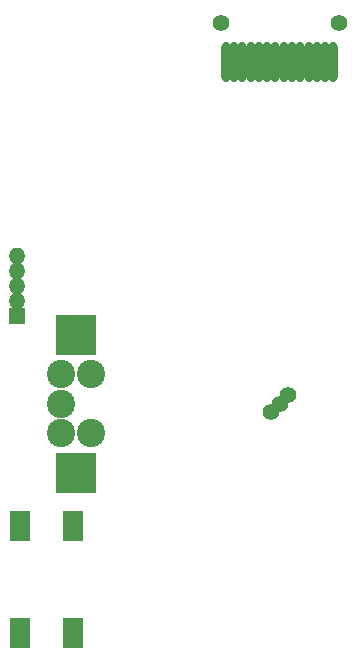
<source format=gbs>
G04 #@! TF.FileFunction,Soldermask,Bot*
%FSLAX46Y46*%
G04 Gerber Fmt 4.6, Leading zero omitted, Abs format (unit mm)*
G04 Created by KiCad (PCBNEW 4.0.7-e2-6376~58~ubuntu17.04.1) date Sat May  5 16:48:04 2018*
%MOMM*%
%LPD*%
G01*
G04 APERTURE LIST*
%ADD10C,0.100000*%
%ADD11C,2.400000*%
%ADD12R,3.400000X3.400000*%
%ADD13C,1.400000*%
%ADD14R,1.400000X1.400000*%
%ADD15O,1.400000X1.400000*%
%ADD16R,1.800000X2.500000*%
%ADD17O,0.800000X3.400000*%
G04 APERTURE END LIST*
D10*
D11*
X106500000Y-123000000D03*
X106500000Y-125500000D03*
X106500000Y-120500000D03*
D12*
X107750000Y-128850000D03*
X107750000Y-117150000D03*
D11*
X109000000Y-125500000D03*
X109000000Y-120500000D03*
D13*
X124305025Y-123719238D03*
X125719239Y-122305025D03*
X125012132Y-123012131D03*
D14*
X102750000Y-115540000D03*
D15*
X102750000Y-114270000D03*
X102750000Y-113000000D03*
X102750000Y-111730000D03*
X102750000Y-110460000D03*
D16*
X103043000Y-142449000D03*
X107493000Y-142449000D03*
X107493000Y-133349000D03*
X103043000Y-133349000D03*
D17*
X129554000Y-94080000D03*
X128854000Y-94080000D03*
X128154000Y-94080000D03*
X127454000Y-94080000D03*
X126754000Y-94080000D03*
X126054000Y-94080000D03*
X125354000Y-94080000D03*
X124654000Y-94080000D03*
X123954000Y-94080000D03*
X123254000Y-94080000D03*
X122554000Y-94080000D03*
X121854000Y-94080000D03*
X121154000Y-94080000D03*
X120454000Y-94080000D03*
D13*
X130004000Y-90805000D03*
X120004000Y-90805000D03*
M02*

</source>
